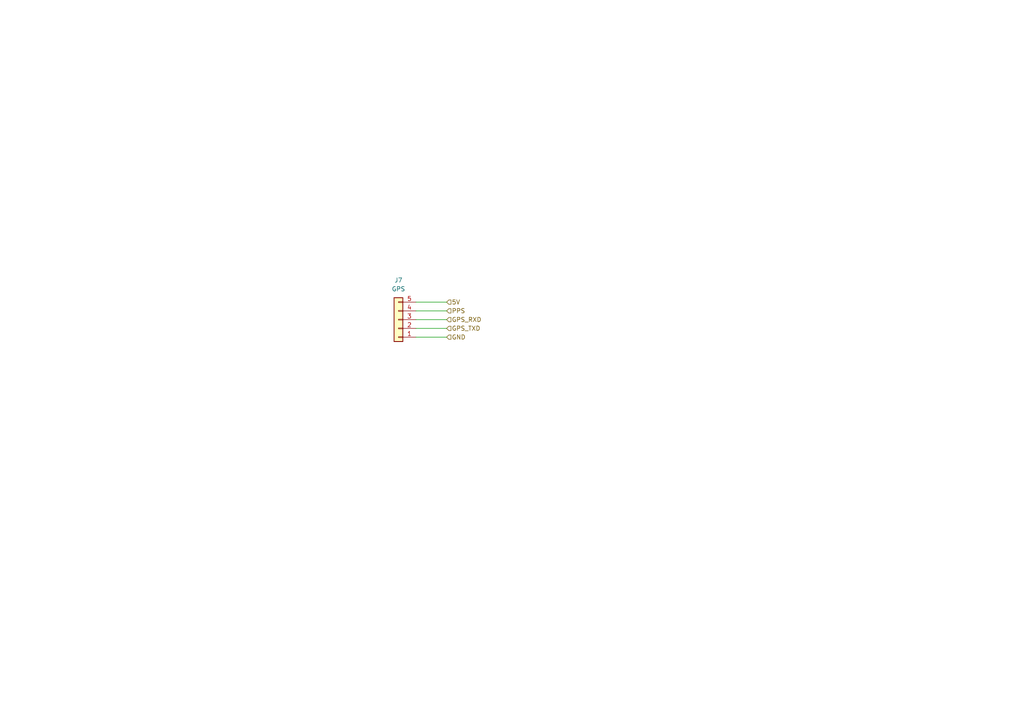
<source format=kicad_sch>
(kicad_sch (version 20250114) (generator "eeschema") (generator_version "9.0")
  (paper "A4")
  (lib_symbols
    (symbol "Connector_Generic:Conn_01x05" (pin_names (offset 1.016) (hide yes))
      (property "Reference" "J" (at 0 7.62 0))
      (property "Value" "Conn_01x05" (at 0 -7.62 0))
      (symbol "Conn_01x05_1_1"
        (rectangle (start -1.27 6.35) (end 1.27 -6.35) (stroke (width 0.254)) (fill (type background)))
        (rectangle (start -1.27 5.207) (end 0 4.953) (stroke (width 0.1524)))
        (rectangle (start -1.27 2.667) (end 0 2.413) (stroke (width 0.1524)))
        (rectangle (start -1.27 0.127) (end 0 -0.127) (stroke (width 0.1524)))
        (rectangle (start -1.27 -2.413) (end 0 -2.667) (stroke (width 0.1524)))
        (rectangle (start -1.27 -4.953) (end 0 -5.207) (stroke (width 0.1524)))
        (pin passive line (at -5.08 5.08 0) (length 3.81) (name "Pin_1") (number "1"))
        (pin passive line (at -5.08 2.54 0) (length 3.81) (name "Pin_2") (number "2"))
        (pin passive line (at -5.08 0 0) (length 3.81) (name "Pin_3") (number "3"))
        (pin passive line (at -5.08 -2.54 0) (length 3.81) (name "Pin_4") (number "4"))
        (pin passive line (at -5.08 -5.08 0) (length 3.81) (name "Pin_5") (number "5"))
      )
    )
  )
  (wire (pts (xy 120.65 90.17) (xy 129.54 90.17)))
  (wire (pts (xy 120.65 92.71) (xy 129.54 92.71)))
  (wire (pts (xy 120.65 95.25) (xy 129.54 95.25)))
  (wire (pts (xy 120.65 97.79) (xy 129.54 97.79)))
  (wire (pts (xy 120.65 87.63) (xy 129.54 87.63)))
  (hierarchical_label "GND" (shape input) (at 129.54 97.79 0))
  (hierarchical_label "GPS_TXD" (shape input) (at 129.54 95.25 0))
  (hierarchical_label "5V" (shape input) (at 129.54 87.63 0))
  (hierarchical_label "GPS_RXD" (shape input) (at 129.54 92.71 0))
  (hierarchical_label "PPS" (shape input) (at 129.54 90.17 0))
  (symbol (lib_id "Connector_Generic:Conn_01x05") (at 115.57 92.71 180) (unit 1)
    (property "Reference" "J7" (at 115.57 81.28 0))
    (property "Value" "GPS" (at 115.57 83.82 0))
    (property "Footprint" "Connector_JST:JST_PH_B5B-PH-K_1x05_P2.00mm_Vertical" (effects (hide yes)))
    (property "Description" "Generic connector, single row, 01x05, script generated (kicad-library-utils/schlib/autogen/connector/)" (effects (hide yes)))
  )
)
</source>
